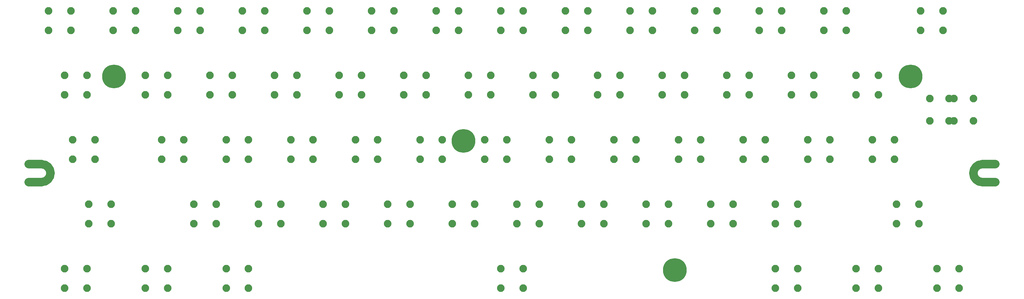
<source format=gts>
G04 #@! TF.GenerationSoftware,KiCad,Pcbnew,(6.0.4)*
G04 #@! TF.CreationDate,2022-08-29T03:28:43+02:00*
G04 #@! TF.ProjectId,PLUTO60,504c5554-4f36-4302-9e6b-696361645f70,rev?*
G04 #@! TF.SameCoordinates,Original*
G04 #@! TF.FileFunction,Soldermask,Top*
G04 #@! TF.FilePolarity,Negative*
%FSLAX46Y46*%
G04 Gerber Fmt 4.6, Leading zero omitted, Abs format (unit mm)*
G04 Created by KiCad (PCBNEW (6.0.4)) date 2022-08-29 03:28:43*
%MOMM*%
%LPD*%
G01*
G04 APERTURE LIST*
%ADD10C,2.501900*%
%ADD11C,2.250000*%
%ADD12C,7.000240*%
%ADD13C,7.001300*%
G04 APERTURE END LIST*
D10*
X294275000Y41075950D02*
X298075000Y41075950D01*
X13075000Y35774050D02*
X16875000Y35774050D01*
X294275000Y35774050D02*
X298125000Y35774050D01*
X13075000Y41075950D02*
X16875000Y41075950D01*
X291624050Y38425000D02*
G75*
G03*
X294275000Y35774050I2650950J0D01*
G01*
X294275000Y41075950D02*
G75*
G03*
X291624050Y38425000I0J-2650950D01*
G01*
X16875000Y35774050D02*
G75*
G03*
X19525950Y38425000I1J2650949D01*
G01*
X19525950Y38425000D02*
G75*
G03*
X16875000Y41075950I-2650949J1D01*
G01*
D11*
X247525000Y80645000D03*
X247525000Y86365000D03*
X254125000Y86365000D03*
X254125000Y80645000D03*
X142750000Y67315000D03*
X142750000Y61595000D03*
X149350000Y67315000D03*
X149350000Y61595000D03*
X26068750Y42545000D03*
X26068750Y48265000D03*
X32668750Y48265000D03*
X32668750Y42545000D03*
X23687500Y4445000D03*
X23687500Y10165000D03*
X30287500Y10165000D03*
X30287500Y4445000D03*
X152275000Y4445000D03*
X152275000Y10165000D03*
X158875000Y10165000D03*
X158875000Y4445000D03*
X30831250Y29215000D03*
X30831250Y23495000D03*
X37431250Y29215000D03*
X37431250Y23495000D03*
X284480000Y60450000D03*
X291623750Y60450000D03*
X278760000Y60450000D03*
X285903750Y60450000D03*
X285903750Y53850000D03*
X278760000Y53850000D03*
X284480000Y53850000D03*
X291623750Y53850000D03*
X95125000Y86365000D03*
X95125000Y80645000D03*
X101725000Y86365000D03*
X101725000Y80645000D03*
X123700000Y67315000D03*
X123700000Y61595000D03*
X130300000Y67315000D03*
X130300000Y61595000D03*
X90362500Y48265000D03*
X90362500Y42545000D03*
X96962500Y42545000D03*
X96962500Y48265000D03*
X268956250Y23495000D03*
X268956250Y29215000D03*
X275556250Y29215000D03*
X275556250Y23495000D03*
X166562500Y48265000D03*
X166562500Y42545000D03*
X173162500Y42545000D03*
X173162500Y48265000D03*
X233237500Y4445000D03*
X233237500Y10165000D03*
X239837500Y10165000D03*
X239837500Y4445000D03*
X218950000Y61595000D03*
X218950000Y67315000D03*
X225550000Y67315000D03*
X225550000Y61595000D03*
X280862500Y4445000D03*
X280862500Y10165000D03*
X287462500Y4445000D03*
X287462500Y10165000D03*
X147512500Y42545000D03*
X147512500Y48265000D03*
X154112500Y42545000D03*
X154112500Y48265000D03*
X52262500Y42545000D03*
X52262500Y48265000D03*
X58862500Y42545000D03*
X58862500Y48265000D03*
X99887500Y29215000D03*
X99887500Y23495000D03*
X106487500Y23495000D03*
X106487500Y29215000D03*
X114175000Y80645000D03*
X114175000Y86365000D03*
X120775000Y86365000D03*
X120775000Y80645000D03*
X104650000Y61595000D03*
X104650000Y67315000D03*
X111250000Y61595000D03*
X111250000Y67315000D03*
X137987500Y23495000D03*
X137987500Y29215000D03*
X144587500Y23495000D03*
X144587500Y29215000D03*
X161800000Y61595000D03*
X161800000Y67315000D03*
X168400000Y67315000D03*
X168400000Y61595000D03*
X257050000Y10165000D03*
X257050000Y4445000D03*
X263650000Y4445000D03*
X263650000Y10165000D03*
X228475000Y86365000D03*
X228475000Y80645000D03*
X235075000Y86365000D03*
X235075000Y80645000D03*
X133225000Y86365000D03*
X133225000Y80645000D03*
X139825000Y86365000D03*
X139825000Y80645000D03*
D12*
X273125000Y67025000D03*
X203575000Y9725000D03*
X141275000Y47925000D03*
D13*
X38275000Y67025000D03*
D11*
X171325000Y86365000D03*
X171325000Y80645000D03*
X177925000Y80645000D03*
X177925000Y86365000D03*
X276100000Y80645000D03*
X276100000Y86365000D03*
X282700000Y80645000D03*
X282700000Y86365000D03*
X118937500Y29215000D03*
X118937500Y23495000D03*
X125537500Y29215000D03*
X125537500Y23495000D03*
X233237500Y23495000D03*
X233237500Y29215000D03*
X239837500Y23495000D03*
X239837500Y29215000D03*
X71312500Y4445000D03*
X71312500Y10165000D03*
X77912500Y10165000D03*
X77912500Y4445000D03*
X199900000Y61595000D03*
X199900000Y67315000D03*
X206500000Y61595000D03*
X206500000Y67315000D03*
X18925000Y86365000D03*
X18925000Y80645000D03*
X25525000Y86365000D03*
X25525000Y80645000D03*
X80837500Y23495000D03*
X80837500Y29215000D03*
X87437500Y29215000D03*
X87437500Y23495000D03*
X47500000Y67315000D03*
X47500000Y61595000D03*
X54100000Y67315000D03*
X54100000Y61595000D03*
X214187500Y29215000D03*
X214187500Y23495000D03*
X220787500Y23495000D03*
X220787500Y29215000D03*
X223712500Y42545000D03*
X223712500Y48265000D03*
X230312500Y48265000D03*
X230312500Y42545000D03*
X204662500Y48265000D03*
X204662500Y42545000D03*
X211262500Y48265000D03*
X211262500Y42545000D03*
X85600000Y67315000D03*
X85600000Y61595000D03*
X92200000Y67315000D03*
X92200000Y61595000D03*
X23687500Y67315000D03*
X23687500Y61595000D03*
X30287500Y67315000D03*
X30287500Y61595000D03*
X157037500Y29215000D03*
X157037500Y23495000D03*
X163637500Y29215000D03*
X163637500Y23495000D03*
X190375000Y80645000D03*
X190375000Y86365000D03*
X196975000Y80645000D03*
X196975000Y86365000D03*
X261812500Y48265000D03*
X261812500Y42545000D03*
X268412500Y42545000D03*
X268412500Y48265000D03*
X47500000Y10165000D03*
X47500000Y4445000D03*
X54100000Y10165000D03*
X54100000Y4445000D03*
X66550000Y61595000D03*
X66550000Y67315000D03*
X73150000Y67315000D03*
X73150000Y61595000D03*
X109412500Y48265000D03*
X109412500Y42545000D03*
X116012500Y48265000D03*
X116012500Y42545000D03*
X71312500Y42545000D03*
X71312500Y48265000D03*
X77912500Y42545000D03*
X77912500Y48265000D03*
X37975000Y80645000D03*
X37975000Y86365000D03*
X44575000Y80645000D03*
X44575000Y86365000D03*
X238000000Y67315000D03*
X238000000Y61595000D03*
X244600000Y61595000D03*
X244600000Y67315000D03*
X128462500Y48265000D03*
X128462500Y42545000D03*
X135062500Y42545000D03*
X135062500Y48265000D03*
X176087500Y29215000D03*
X176087500Y23495000D03*
X182687500Y29215000D03*
X182687500Y23495000D03*
X76075000Y86365000D03*
X76075000Y80645000D03*
X82675000Y86365000D03*
X82675000Y80645000D03*
X152275000Y80645000D03*
X152275000Y86365000D03*
X158875000Y80645000D03*
X158875000Y86365000D03*
X257050000Y67315000D03*
X257050000Y61595000D03*
X263650000Y67315000D03*
X263650000Y61595000D03*
X57025000Y86365000D03*
X57025000Y80645000D03*
X63625000Y86365000D03*
X63625000Y80645000D03*
X242762500Y48265000D03*
X242762500Y42545000D03*
X249362500Y42545000D03*
X249362500Y48265000D03*
X180850000Y67315000D03*
X180850000Y61595000D03*
X187450000Y61595000D03*
X187450000Y67315000D03*
X195137500Y23495000D03*
X195137500Y29215000D03*
X201737500Y23495000D03*
X201737500Y29215000D03*
X61787500Y29215000D03*
X61787500Y23495000D03*
X68387500Y29215000D03*
X68387500Y23495000D03*
X209425000Y86365000D03*
X209425000Y80645000D03*
X216025000Y86365000D03*
X216025000Y80645000D03*
X185612500Y48265000D03*
X185612500Y42545000D03*
X192212500Y48265000D03*
X192212500Y42545000D03*
M02*

</source>
